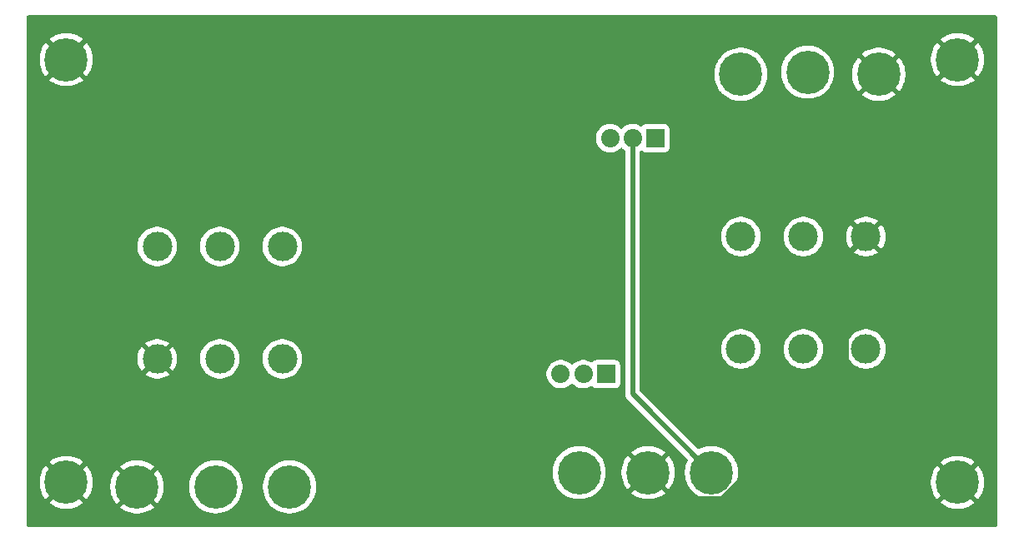
<source format=gbl>
%TF.GenerationSoftware,KiCad,Pcbnew,9.0.1*%
%TF.CreationDate,2025-05-12T16:26:17+02:00*%
%TF.ProjectId,Verst_rker,56657273-74e4-4726-9b65-722e6b696361,1*%
%TF.SameCoordinates,Original*%
%TF.FileFunction,Copper,L2,Bot*%
%TF.FilePolarity,Positive*%
%FSLAX46Y46*%
G04 Gerber Fmt 4.6, Leading zero omitted, Abs format (unit mm)*
G04 Created by KiCad (PCBNEW 9.0.1) date 2025-05-12 16:26:17*
%MOMM*%
%LPD*%
G01*
G04 APERTURE LIST*
%TA.AperFunction,ComponentPad*%
%ADD10R,1.875000X1.875000*%
%TD*%
%TA.AperFunction,ComponentPad*%
%ADD11C,1.875000*%
%TD*%
%TA.AperFunction,ComponentPad*%
%ADD12C,3.000000*%
%TD*%
%TA.AperFunction,ComponentPad*%
%ADD13C,2.600000*%
%TD*%
%TA.AperFunction,ConnectorPad*%
%ADD14C,4.400000*%
%TD*%
%TA.AperFunction,Conductor*%
%ADD15C,0.500000*%
%TD*%
G04 APERTURE END LIST*
D10*
X101290000Y-72000000D03*
D11*
X99000000Y-72000000D03*
X96710000Y-72000000D03*
D12*
X116350000Y-82000000D03*
X116350000Y-93430000D03*
X122700000Y-82000000D03*
X122700000Y-93430000D03*
X110000000Y-82000000D03*
X110000000Y-93430000D03*
D13*
X56675000Y-107448929D03*
D14*
X56675000Y-107448929D03*
D13*
X124000000Y-65500000D03*
D14*
X124000000Y-65500000D03*
D12*
X57100000Y-94430000D03*
X57100000Y-83000000D03*
X50750000Y-94430000D03*
X50750000Y-83000000D03*
X63450000Y-94430000D03*
X63450000Y-83000000D03*
D13*
X116775000Y-65275000D03*
D14*
X116775000Y-65275000D03*
D13*
X100580000Y-106000000D03*
D14*
X100580000Y-106000000D03*
D10*
X96290000Y-95995000D03*
D11*
X94000000Y-95995000D03*
X91710000Y-95995000D03*
D13*
X93580000Y-106000000D03*
D14*
X93580000Y-106000000D03*
D13*
X41500000Y-64000000D03*
D14*
X41500000Y-64000000D03*
D13*
X107000000Y-106000000D03*
D14*
X107000000Y-106000000D03*
D13*
X132000000Y-64000000D03*
D14*
X132000000Y-64000000D03*
D13*
X132000000Y-107000000D03*
D14*
X132000000Y-107000000D03*
D13*
X48675000Y-107448929D03*
D14*
X48675000Y-107448929D03*
D13*
X41500000Y-107000000D03*
D14*
X41500000Y-107000000D03*
D13*
X110000000Y-65500000D03*
D14*
X110000000Y-65500000D03*
D13*
X64175000Y-107448929D03*
D14*
X64175000Y-107448929D03*
D15*
X103231000Y-108651000D02*
X108098081Y-108651000D01*
X120749000Y-96000081D02*
X120749000Y-83951000D01*
X100580000Y-106000000D02*
X103231000Y-108651000D01*
X120749000Y-83951000D02*
X122700000Y-82000000D01*
X108098081Y-108651000D02*
X120749000Y-96000081D01*
X107000000Y-106000000D02*
X99000000Y-98000000D01*
X99000000Y-98000000D02*
X99000000Y-72000000D01*
%TA.AperFunction,Conductor*%
G36*
X135942539Y-59520185D02*
G01*
X135988294Y-59572989D01*
X135999500Y-59624500D01*
X135999500Y-111375500D01*
X135979815Y-111442539D01*
X135927011Y-111488294D01*
X135875500Y-111499500D01*
X37624500Y-111499500D01*
X37557461Y-111479815D01*
X37511706Y-111427011D01*
X37500500Y-111375500D01*
X37500500Y-106848366D01*
X38800000Y-106848366D01*
X38800000Y-107151633D01*
X38833952Y-107452966D01*
X38833954Y-107452982D01*
X38901434Y-107748633D01*
X38901438Y-107748645D01*
X39001592Y-108034866D01*
X39001598Y-108034880D01*
X39133172Y-108308096D01*
X39294515Y-108564872D01*
X39421871Y-108724573D01*
X40563708Y-107582736D01*
X40660967Y-107716602D01*
X40783398Y-107839033D01*
X40917262Y-107936290D01*
X39775425Y-109078127D01*
X39935127Y-109205484D01*
X40191903Y-109366827D01*
X40465119Y-109498401D01*
X40465133Y-109498407D01*
X40751354Y-109598561D01*
X40751366Y-109598565D01*
X41047017Y-109666045D01*
X41047033Y-109666047D01*
X41348366Y-109699999D01*
X41348368Y-109700000D01*
X41651632Y-109700000D01*
X41651633Y-109699999D01*
X41952966Y-109666047D01*
X41952982Y-109666045D01*
X42248633Y-109598565D01*
X42248645Y-109598561D01*
X42534866Y-109498407D01*
X42534880Y-109498401D01*
X42807960Y-109366893D01*
X42807962Y-109366892D01*
X42808098Y-109366826D01*
X43064872Y-109205484D01*
X43224573Y-109078126D01*
X42082737Y-107936290D01*
X42216602Y-107839033D01*
X42339033Y-107716602D01*
X42436290Y-107582737D01*
X43578126Y-108724573D01*
X43705484Y-108564872D01*
X43866827Y-108308096D01*
X43998401Y-108034880D01*
X43998407Y-108034866D01*
X44098561Y-107748645D01*
X44098565Y-107748633D01*
X44166045Y-107452982D01*
X44166047Y-107452966D01*
X44183588Y-107297295D01*
X45975000Y-107297295D01*
X45975000Y-107600562D01*
X46008952Y-107901895D01*
X46008954Y-107901911D01*
X46076434Y-108197562D01*
X46076438Y-108197574D01*
X46176592Y-108483795D01*
X46176598Y-108483809D01*
X46308172Y-108757025D01*
X46469515Y-109013801D01*
X46596871Y-109173502D01*
X47738708Y-108031665D01*
X47835967Y-108165531D01*
X47958398Y-108287962D01*
X48092262Y-108385219D01*
X46950425Y-109527056D01*
X47110127Y-109654413D01*
X47366903Y-109815756D01*
X47640119Y-109947330D01*
X47640133Y-109947336D01*
X47926354Y-110047490D01*
X47926366Y-110047494D01*
X48222017Y-110114974D01*
X48222033Y-110114976D01*
X48523366Y-110148928D01*
X48523368Y-110148929D01*
X48826632Y-110148929D01*
X48826633Y-110148928D01*
X49127966Y-110114976D01*
X49127982Y-110114974D01*
X49423633Y-110047494D01*
X49423645Y-110047490D01*
X49709866Y-109947336D01*
X49709880Y-109947330D01*
X49983096Y-109815756D01*
X50239872Y-109654413D01*
X50399573Y-109527055D01*
X49257737Y-108385219D01*
X49391602Y-108287962D01*
X49514033Y-108165531D01*
X49611290Y-108031666D01*
X50753126Y-109173502D01*
X50880484Y-109013801D01*
X51041827Y-108757025D01*
X51173401Y-108483809D01*
X51173407Y-108483795D01*
X51273561Y-108197574D01*
X51273565Y-108197562D01*
X51341045Y-107901911D01*
X51341047Y-107901895D01*
X51374999Y-107600562D01*
X51375000Y-107600560D01*
X51375000Y-107297296D01*
X51374997Y-107297265D01*
X53974500Y-107297265D01*
X53974500Y-107600592D01*
X54008457Y-107901977D01*
X54008460Y-107901991D01*
X54075953Y-108197700D01*
X54075957Y-108197712D01*
X54176133Y-108483997D01*
X54307733Y-108757267D01*
X54307735Y-108757270D01*
X54469108Y-109014093D01*
X54658221Y-109251233D01*
X54872696Y-109465708D01*
X55109836Y-109654821D01*
X55366659Y-109816194D01*
X55639935Y-109947797D01*
X55854951Y-110023034D01*
X55926216Y-110047971D01*
X55926228Y-110047975D01*
X56221937Y-110115469D01*
X56221946Y-110115470D01*
X56221951Y-110115471D01*
X56422874Y-110138109D01*
X56523337Y-110149428D01*
X56523340Y-110149429D01*
X56523343Y-110149429D01*
X56826660Y-110149429D01*
X56826661Y-110149428D01*
X56980694Y-110132073D01*
X57128048Y-110115471D01*
X57128051Y-110115470D01*
X57128063Y-110115469D01*
X57423772Y-110047975D01*
X57710065Y-109947797D01*
X57983341Y-109816194D01*
X58240164Y-109654821D01*
X58477304Y-109465708D01*
X58691779Y-109251233D01*
X58880892Y-109014093D01*
X59042265Y-108757270D01*
X59173868Y-108483994D01*
X59274046Y-108197701D01*
X59341540Y-107901992D01*
X59345012Y-107871182D01*
X59375499Y-107600592D01*
X59375500Y-107600588D01*
X59375500Y-107297269D01*
X59375499Y-107297265D01*
X61474500Y-107297265D01*
X61474500Y-107600592D01*
X61508457Y-107901977D01*
X61508460Y-107901991D01*
X61575953Y-108197700D01*
X61575957Y-108197712D01*
X61676133Y-108483997D01*
X61807733Y-108757267D01*
X61807735Y-108757270D01*
X61969108Y-109014093D01*
X62158221Y-109251233D01*
X62372696Y-109465708D01*
X62609836Y-109654821D01*
X62866659Y-109816194D01*
X63139935Y-109947797D01*
X63354951Y-110023034D01*
X63426216Y-110047971D01*
X63426228Y-110047975D01*
X63721937Y-110115469D01*
X63721946Y-110115470D01*
X63721951Y-110115471D01*
X63922874Y-110138109D01*
X64023337Y-110149428D01*
X64023340Y-110149429D01*
X64023343Y-110149429D01*
X64326660Y-110149429D01*
X64326661Y-110149428D01*
X64480694Y-110132073D01*
X64628048Y-110115471D01*
X64628051Y-110115470D01*
X64628063Y-110115469D01*
X64923772Y-110047975D01*
X65210065Y-109947797D01*
X65483341Y-109816194D01*
X65740164Y-109654821D01*
X65977304Y-109465708D01*
X66191779Y-109251233D01*
X66380892Y-109014093D01*
X66392192Y-108996108D01*
X66412552Y-108963708D01*
X66478843Y-108858205D01*
X66542265Y-108757270D01*
X66673868Y-108483994D01*
X66774046Y-108197701D01*
X66841540Y-107901992D01*
X66845012Y-107871182D01*
X66875499Y-107600592D01*
X66875500Y-107600588D01*
X66875500Y-107297269D01*
X66875499Y-107297265D01*
X66841542Y-106995880D01*
X66841541Y-106995875D01*
X66841540Y-106995866D01*
X66774046Y-106700157D01*
X66673868Y-106413864D01*
X66542265Y-106140588D01*
X66432010Y-105965119D01*
X66397902Y-105910836D01*
X66391093Y-105900000D01*
X66380892Y-105883765D01*
X66352638Y-105848336D01*
X90879500Y-105848336D01*
X90879500Y-106151663D01*
X90913457Y-106453048D01*
X90913460Y-106453062D01*
X90980953Y-106748771D01*
X90980957Y-106748783D01*
X91081133Y-107035068D01*
X91212733Y-107308338D01*
X91212735Y-107308341D01*
X91374108Y-107565164D01*
X91563221Y-107802304D01*
X91777696Y-108016779D01*
X92014836Y-108205892D01*
X92271659Y-108367265D01*
X92544935Y-108498868D01*
X92733564Y-108564872D01*
X92831216Y-108599042D01*
X92831228Y-108599046D01*
X93126937Y-108666540D01*
X93126946Y-108666541D01*
X93126951Y-108666542D01*
X93327874Y-108689180D01*
X93428337Y-108700499D01*
X93428340Y-108700500D01*
X93428343Y-108700500D01*
X93731660Y-108700500D01*
X93731661Y-108700499D01*
X93885694Y-108683144D01*
X94033048Y-108666542D01*
X94033051Y-108666541D01*
X94033063Y-108666540D01*
X94328772Y-108599046D01*
X94615065Y-108498868D01*
X94888341Y-108367265D01*
X95145164Y-108205892D01*
X95382304Y-108016779D01*
X95596779Y-107802304D01*
X95785892Y-107565164D01*
X95947265Y-107308341D01*
X96078868Y-107035065D01*
X96179046Y-106748772D01*
X96246540Y-106453063D01*
X96250012Y-106422253D01*
X96268565Y-106257584D01*
X96280500Y-106151657D01*
X96280500Y-105848366D01*
X97880000Y-105848366D01*
X97880000Y-106151633D01*
X97913952Y-106452966D01*
X97913954Y-106452982D01*
X97981434Y-106748633D01*
X97981438Y-106748645D01*
X98081592Y-107034866D01*
X98081598Y-107034880D01*
X98213172Y-107308096D01*
X98374515Y-107564872D01*
X98501871Y-107724573D01*
X99643708Y-106582736D01*
X99740967Y-106716602D01*
X99863398Y-106839033D01*
X99997262Y-106936290D01*
X98855425Y-108078127D01*
X99015127Y-108205484D01*
X99271903Y-108366827D01*
X99545119Y-108498401D01*
X99545133Y-108498407D01*
X99831354Y-108598561D01*
X99831366Y-108598565D01*
X100127017Y-108666045D01*
X100127033Y-108666047D01*
X100428366Y-108699999D01*
X100428368Y-108700000D01*
X100731632Y-108700000D01*
X100731633Y-108699999D01*
X101032966Y-108666047D01*
X101032982Y-108666045D01*
X101328633Y-108598565D01*
X101328645Y-108598561D01*
X101614866Y-108498407D01*
X101614880Y-108498401D01*
X101888096Y-108366827D01*
X102144872Y-108205484D01*
X102304573Y-108078126D01*
X101162737Y-106936290D01*
X101296602Y-106839033D01*
X101419033Y-106716602D01*
X101516290Y-106582737D01*
X102658126Y-107724573D01*
X102785484Y-107564872D01*
X102946827Y-107308096D01*
X103078401Y-107034880D01*
X103078407Y-107034866D01*
X103178561Y-106748645D01*
X103178565Y-106748633D01*
X103246045Y-106452982D01*
X103246047Y-106452966D01*
X103279999Y-106151633D01*
X103280000Y-106151631D01*
X103280000Y-105848368D01*
X103279999Y-105848366D01*
X103246047Y-105547033D01*
X103246045Y-105547017D01*
X103178565Y-105251366D01*
X103178561Y-105251354D01*
X103078407Y-104965133D01*
X103078401Y-104965119D01*
X102946827Y-104691903D01*
X102785484Y-104435127D01*
X102658127Y-104275425D01*
X101516290Y-105417262D01*
X101419033Y-105283398D01*
X101296602Y-105160967D01*
X101162736Y-105063709D01*
X102304573Y-103921871D01*
X102144872Y-103794515D01*
X101888096Y-103633172D01*
X101614880Y-103501598D01*
X101614866Y-103501592D01*
X101328645Y-103401438D01*
X101328633Y-103401434D01*
X101032982Y-103333954D01*
X101032966Y-103333952D01*
X100731633Y-103300000D01*
X100428366Y-103300000D01*
X100127033Y-103333952D01*
X100127017Y-103333954D01*
X99831366Y-103401434D01*
X99831354Y-103401438D01*
X99545133Y-103501592D01*
X99545119Y-103501598D01*
X99271903Y-103633172D01*
X99015127Y-103794515D01*
X98855425Y-103921871D01*
X99997263Y-105063709D01*
X99863398Y-105160967D01*
X99740967Y-105283398D01*
X99643709Y-105417262D01*
X98501871Y-104275425D01*
X98374515Y-104435127D01*
X98213172Y-104691903D01*
X98081598Y-104965119D01*
X98081592Y-104965133D01*
X97981438Y-105251354D01*
X97981434Y-105251366D01*
X97913954Y-105547017D01*
X97913952Y-105547033D01*
X97880000Y-105848366D01*
X96280500Y-105848366D01*
X96280500Y-105848343D01*
X96257752Y-105646446D01*
X96246542Y-105546951D01*
X96246541Y-105546946D01*
X96246540Y-105546937D01*
X96179046Y-105251228D01*
X96078868Y-104964935D01*
X95947265Y-104691659D01*
X95785892Y-104434836D01*
X95596779Y-104197696D01*
X95382304Y-103983221D01*
X95145164Y-103794108D01*
X94967785Y-103682653D01*
X94888338Y-103632733D01*
X94615068Y-103501133D01*
X94328783Y-103400957D01*
X94328771Y-103400953D01*
X94100556Y-103348864D01*
X94033063Y-103333460D01*
X94033060Y-103333459D01*
X94033048Y-103333457D01*
X93731663Y-103299500D01*
X93731657Y-103299500D01*
X93428343Y-103299500D01*
X93428336Y-103299500D01*
X93126951Y-103333457D01*
X93126937Y-103333460D01*
X92831228Y-103400953D01*
X92831216Y-103400957D01*
X92544931Y-103501133D01*
X92271661Y-103632733D01*
X92014837Y-103794107D01*
X91777696Y-103983220D01*
X91563220Y-104197696D01*
X91374107Y-104434837D01*
X91212733Y-104691661D01*
X91081133Y-104964931D01*
X90980957Y-105251216D01*
X90980953Y-105251228D01*
X90913460Y-105546937D01*
X90913457Y-105546951D01*
X90879500Y-105848336D01*
X66352638Y-105848336D01*
X66191779Y-105646625D01*
X65977304Y-105432150D01*
X65740164Y-105243037D01*
X65562785Y-105131582D01*
X65483338Y-105081662D01*
X65210068Y-104950062D01*
X64923783Y-104849886D01*
X64923771Y-104849882D01*
X64681190Y-104794515D01*
X64628063Y-104782389D01*
X64628060Y-104782388D01*
X64628048Y-104782386D01*
X64326663Y-104748429D01*
X64326657Y-104748429D01*
X64023343Y-104748429D01*
X64023336Y-104748429D01*
X63721951Y-104782386D01*
X63721937Y-104782389D01*
X63426228Y-104849882D01*
X63426216Y-104849886D01*
X63139931Y-104950062D01*
X62866661Y-105081662D01*
X62609837Y-105243036D01*
X62372696Y-105432149D01*
X62158220Y-105646625D01*
X61969107Y-105883766D01*
X61807733Y-106140590D01*
X61676133Y-106413860D01*
X61575957Y-106700145D01*
X61575953Y-106700157D01*
X61508460Y-106995866D01*
X61508457Y-106995880D01*
X61474500Y-107297265D01*
X59375499Y-107297265D01*
X59341542Y-106995880D01*
X59341541Y-106995875D01*
X59341540Y-106995866D01*
X59274046Y-106700157D01*
X59173868Y-106413864D01*
X59042265Y-106140588D01*
X58880892Y-105883765D01*
X58691779Y-105646625D01*
X58477304Y-105432150D01*
X58240164Y-105243037D01*
X58062785Y-105131582D01*
X57983338Y-105081662D01*
X57710068Y-104950062D01*
X57423783Y-104849886D01*
X57423771Y-104849882D01*
X57181190Y-104794515D01*
X57128063Y-104782389D01*
X57128060Y-104782388D01*
X57128048Y-104782386D01*
X56826663Y-104748429D01*
X56826657Y-104748429D01*
X56523343Y-104748429D01*
X56523336Y-104748429D01*
X56221951Y-104782386D01*
X56221937Y-104782389D01*
X55926228Y-104849882D01*
X55926216Y-104849886D01*
X55639931Y-104950062D01*
X55366661Y-105081662D01*
X55109837Y-105243036D01*
X54872696Y-105432149D01*
X54658220Y-105646625D01*
X54469107Y-105883766D01*
X54307733Y-106140590D01*
X54176133Y-106413860D01*
X54075957Y-106700145D01*
X54075953Y-106700157D01*
X54008460Y-106995866D01*
X54008457Y-106995880D01*
X53974500Y-107297265D01*
X51374997Y-107297265D01*
X51341047Y-106995962D01*
X51341045Y-106995946D01*
X51273565Y-106700295D01*
X51273561Y-106700283D01*
X51173407Y-106414062D01*
X51173401Y-106414048D01*
X51041827Y-106140832D01*
X50880484Y-105884056D01*
X50753127Y-105724354D01*
X49611290Y-106866191D01*
X49514033Y-106732327D01*
X49391602Y-106609896D01*
X49257736Y-106512638D01*
X50399573Y-105370800D01*
X50239872Y-105243444D01*
X49983096Y-105082101D01*
X49709880Y-104950527D01*
X49709866Y-104950521D01*
X49423645Y-104850367D01*
X49423633Y-104850363D01*
X49127982Y-104782883D01*
X49127966Y-104782881D01*
X48826633Y-104748929D01*
X48523366Y-104748929D01*
X48222033Y-104782881D01*
X48222017Y-104782883D01*
X47926366Y-104850363D01*
X47926354Y-104850367D01*
X47640133Y-104950521D01*
X47640119Y-104950527D01*
X47366903Y-105082101D01*
X47110127Y-105243444D01*
X46950425Y-105370800D01*
X48092263Y-106512638D01*
X47958398Y-106609896D01*
X47835967Y-106732327D01*
X47738709Y-106866191D01*
X46596871Y-105724354D01*
X46469515Y-105884056D01*
X46308172Y-106140832D01*
X46176598Y-106414048D01*
X46176592Y-106414062D01*
X46076438Y-106700283D01*
X46076434Y-106700295D01*
X46008954Y-106995946D01*
X46008952Y-106995962D01*
X45975000Y-107297295D01*
X44183588Y-107297295D01*
X44185544Y-107279937D01*
X44185544Y-107279936D01*
X44199999Y-107151635D01*
X44200000Y-107151631D01*
X44200000Y-106848368D01*
X44199999Y-106848366D01*
X44166047Y-106547033D01*
X44166045Y-106547017D01*
X44098565Y-106251366D01*
X44098561Y-106251354D01*
X43998407Y-105965133D01*
X43998401Y-105965119D01*
X43866827Y-105691903D01*
X43736959Y-105485219D01*
X43736958Y-105485217D01*
X43705487Y-105435130D01*
X43578127Y-105275425D01*
X42436290Y-106417262D01*
X42339033Y-106283398D01*
X42216602Y-106160967D01*
X42082736Y-106063709D01*
X43224573Y-104921871D01*
X43064872Y-104794515D01*
X42808096Y-104633172D01*
X42534880Y-104501598D01*
X42534866Y-104501592D01*
X42248645Y-104401438D01*
X42248633Y-104401434D01*
X41952982Y-104333954D01*
X41952966Y-104333952D01*
X41651633Y-104300000D01*
X41348366Y-104300000D01*
X41047033Y-104333952D01*
X41047017Y-104333954D01*
X40751366Y-104401434D01*
X40751354Y-104401438D01*
X40465133Y-104501592D01*
X40465119Y-104501598D01*
X40191903Y-104633172D01*
X39935127Y-104794515D01*
X39775425Y-104921871D01*
X40917263Y-106063709D01*
X40783398Y-106160967D01*
X40660967Y-106283398D01*
X40563709Y-106417263D01*
X39421871Y-105275425D01*
X39294515Y-105435127D01*
X39133172Y-105691903D01*
X39001598Y-105965119D01*
X39001592Y-105965133D01*
X38901438Y-106251354D01*
X38901434Y-106251366D01*
X38833954Y-106547017D01*
X38833952Y-106547033D01*
X38800000Y-106848366D01*
X37500500Y-106848366D01*
X37500500Y-94298905D01*
X48750000Y-94298905D01*
X48750000Y-94561094D01*
X48784220Y-94821009D01*
X48784222Y-94821020D01*
X48852075Y-95074255D01*
X48952404Y-95316471D01*
X48952409Y-95316482D01*
X49083488Y-95543516D01*
X49083494Y-95543524D01*
X49170080Y-95656365D01*
X50072421Y-94754024D01*
X50085359Y-94785258D01*
X50167437Y-94908097D01*
X50271903Y-95012563D01*
X50394742Y-95094641D01*
X50425974Y-95107577D01*
X49523633Y-96009917D01*
X49523633Y-96009918D01*
X49636475Y-96096505D01*
X49636483Y-96096511D01*
X49863517Y-96227590D01*
X49863528Y-96227595D01*
X50105744Y-96327924D01*
X50358979Y-96395777D01*
X50358990Y-96395779D01*
X50618905Y-96429999D01*
X50618920Y-96430000D01*
X50881080Y-96430000D01*
X50881094Y-96429999D01*
X51141009Y-96395779D01*
X51141020Y-96395777D01*
X51394255Y-96327924D01*
X51636471Y-96227595D01*
X51636482Y-96227590D01*
X51863516Y-96096511D01*
X51863534Y-96096499D01*
X51976365Y-96009919D01*
X51976365Y-96009917D01*
X51074025Y-95107578D01*
X51105258Y-95094641D01*
X51228097Y-95012563D01*
X51332563Y-94908097D01*
X51414641Y-94785258D01*
X51427578Y-94754025D01*
X52329917Y-95656365D01*
X52329919Y-95656365D01*
X52416499Y-95543534D01*
X52416511Y-95543516D01*
X52547590Y-95316482D01*
X52547595Y-95316471D01*
X52647924Y-95074255D01*
X52715777Y-94821020D01*
X52715779Y-94821009D01*
X52749999Y-94561094D01*
X52750000Y-94561080D01*
X52750000Y-94298912D01*
X52749995Y-94298872D01*
X55099500Y-94298872D01*
X55099500Y-94561127D01*
X55112828Y-94662354D01*
X55133730Y-94821116D01*
X55184242Y-95009629D01*
X55201602Y-95074418D01*
X55201605Y-95074428D01*
X55301953Y-95316690D01*
X55301958Y-95316700D01*
X55433075Y-95543803D01*
X55592718Y-95751851D01*
X55592726Y-95751860D01*
X55778140Y-95937274D01*
X55778148Y-95937281D01*
X55986196Y-96096924D01*
X56213299Y-96228041D01*
X56213309Y-96228046D01*
X56455571Y-96328394D01*
X56455581Y-96328398D01*
X56708884Y-96396270D01*
X56957188Y-96428960D01*
X56965074Y-96429999D01*
X56968880Y-96430500D01*
X56968887Y-96430500D01*
X57231113Y-96430500D01*
X57231120Y-96430500D01*
X57491116Y-96396270D01*
X57744419Y-96328398D01*
X57986697Y-96228043D01*
X58213803Y-96096924D01*
X58421851Y-95937282D01*
X58421855Y-95937277D01*
X58421860Y-95937274D01*
X58607274Y-95751860D01*
X58607277Y-95751855D01*
X58607282Y-95751851D01*
X58766924Y-95543803D01*
X58898043Y-95316697D01*
X58998398Y-95074419D01*
X59066270Y-94821116D01*
X59100500Y-94561120D01*
X59100500Y-94298880D01*
X59100499Y-94298872D01*
X61449500Y-94298872D01*
X61449500Y-94561127D01*
X61462828Y-94662354D01*
X61483730Y-94821116D01*
X61534242Y-95009629D01*
X61551602Y-95074418D01*
X61551605Y-95074428D01*
X61651953Y-95316690D01*
X61651958Y-95316700D01*
X61783075Y-95543803D01*
X61942718Y-95751851D01*
X61942726Y-95751860D01*
X62128140Y-95937274D01*
X62128148Y-95937281D01*
X62336196Y-96096924D01*
X62563299Y-96228041D01*
X62563309Y-96228046D01*
X62805571Y-96328394D01*
X62805581Y-96328398D01*
X63058884Y-96396270D01*
X63307188Y-96428960D01*
X63315074Y-96429999D01*
X63318880Y-96430500D01*
X63318887Y-96430500D01*
X63581113Y-96430500D01*
X63581120Y-96430500D01*
X63841116Y-96396270D01*
X64094419Y-96328398D01*
X64336697Y-96228043D01*
X64563803Y-96096924D01*
X64771851Y-95937282D01*
X64771855Y-95937277D01*
X64771860Y-95937274D01*
X64827313Y-95881821D01*
X90272000Y-95881821D01*
X90272000Y-96108178D01*
X90307407Y-96331733D01*
X90377354Y-96547005D01*
X90480112Y-96748676D01*
X90613155Y-96931794D01*
X90773206Y-97091845D01*
X90956324Y-97224888D01*
X91051605Y-97273436D01*
X91157994Y-97327645D01*
X91157996Y-97327645D01*
X91157999Y-97327647D01*
X91273388Y-97365139D01*
X91373266Y-97397592D01*
X91596822Y-97433000D01*
X91596827Y-97433000D01*
X91823178Y-97433000D01*
X92046733Y-97397592D01*
X92262001Y-97327647D01*
X92463676Y-97224888D01*
X92646794Y-97091845D01*
X92767319Y-96971320D01*
X92828642Y-96937835D01*
X92898334Y-96942819D01*
X92942681Y-96971320D01*
X93063206Y-97091845D01*
X93246324Y-97224888D01*
X93341605Y-97273436D01*
X93447994Y-97327645D01*
X93447996Y-97327645D01*
X93447999Y-97327647D01*
X93563388Y-97365139D01*
X93663266Y-97397592D01*
X93886822Y-97433000D01*
X93886827Y-97433000D01*
X94113178Y-97433000D01*
X94336733Y-97397592D01*
X94552001Y-97327647D01*
X94753676Y-97224888D01*
X94779464Y-97206151D01*
X94845269Y-97182670D01*
X94913323Y-97198494D01*
X94951617Y-97232156D01*
X94994955Y-97290047D01*
X95110164Y-97376293D01*
X95110171Y-97376297D01*
X95245017Y-97426591D01*
X95245016Y-97426591D01*
X95251944Y-97427335D01*
X95304627Y-97433000D01*
X97275372Y-97432999D01*
X97334983Y-97426591D01*
X97469831Y-97376296D01*
X97585046Y-97290046D01*
X97671296Y-97174831D01*
X97721591Y-97039983D01*
X97728000Y-96980373D01*
X97727999Y-95009628D01*
X97721591Y-94950017D01*
X97716841Y-94937282D01*
X97671297Y-94815171D01*
X97671293Y-94815164D01*
X97585047Y-94699955D01*
X97585044Y-94699952D01*
X97469835Y-94613706D01*
X97469828Y-94613702D01*
X97334982Y-94563408D01*
X97334983Y-94563408D01*
X97275383Y-94557001D01*
X97275381Y-94557000D01*
X97275373Y-94557000D01*
X97275364Y-94557000D01*
X95304629Y-94557000D01*
X95304623Y-94557001D01*
X95245016Y-94563408D01*
X95110171Y-94613702D01*
X95110164Y-94613706D01*
X94994955Y-94699952D01*
X94951618Y-94757843D01*
X94895684Y-94799713D01*
X94825992Y-94804697D01*
X94779468Y-94783850D01*
X94753678Y-94765113D01*
X94552005Y-94662354D01*
X94336733Y-94592407D01*
X94113178Y-94557000D01*
X94113173Y-94557000D01*
X93886827Y-94557000D01*
X93886822Y-94557000D01*
X93663266Y-94592407D01*
X93447994Y-94662354D01*
X93246323Y-94765112D01*
X93063203Y-94898157D01*
X92942681Y-95018680D01*
X92881358Y-95052165D01*
X92811666Y-95047181D01*
X92767319Y-95018680D01*
X92646796Y-94898157D01*
X92646794Y-94898155D01*
X92463676Y-94765112D01*
X92437650Y-94751851D01*
X92262005Y-94662354D01*
X92046733Y-94592407D01*
X91823178Y-94557000D01*
X91823173Y-94557000D01*
X91596827Y-94557000D01*
X91596822Y-94557000D01*
X91373266Y-94592407D01*
X91157994Y-94662354D01*
X90956323Y-94765112D01*
X90773203Y-94898157D01*
X90613157Y-95058203D01*
X90480112Y-95241323D01*
X90377354Y-95442994D01*
X90307407Y-95658266D01*
X90272000Y-95881821D01*
X64827313Y-95881821D01*
X64957274Y-95751860D01*
X64957277Y-95751855D01*
X64957282Y-95751851D01*
X65116924Y-95543803D01*
X65248043Y-95316697D01*
X65348398Y-95074419D01*
X65416270Y-94821116D01*
X65450500Y-94561120D01*
X65450500Y-94298880D01*
X65416270Y-94038884D01*
X65348398Y-93785581D01*
X65340022Y-93765359D01*
X65248046Y-93543309D01*
X65248041Y-93543299D01*
X65116924Y-93316196D01*
X64957281Y-93108148D01*
X64957274Y-93108140D01*
X64771860Y-92922726D01*
X64771851Y-92922718D01*
X64563803Y-92763075D01*
X64336700Y-92631958D01*
X64336690Y-92631953D01*
X64094428Y-92531605D01*
X64094421Y-92531603D01*
X64094419Y-92531602D01*
X63841116Y-92463730D01*
X63783339Y-92456123D01*
X63581127Y-92429500D01*
X63581120Y-92429500D01*
X63318880Y-92429500D01*
X63318872Y-92429500D01*
X63087772Y-92459926D01*
X63058884Y-92463730D01*
X62805581Y-92531602D01*
X62805571Y-92531605D01*
X62563309Y-92631953D01*
X62563299Y-92631958D01*
X62336196Y-92763075D01*
X62128148Y-92922718D01*
X61942718Y-93108148D01*
X61783075Y-93316196D01*
X61651958Y-93543299D01*
X61651953Y-93543309D01*
X61551605Y-93785571D01*
X61551602Y-93785581D01*
X61483730Y-94038884D01*
X61483716Y-94038990D01*
X61449500Y-94298872D01*
X59100499Y-94298872D01*
X59066270Y-94038884D01*
X58998398Y-93785581D01*
X58990022Y-93765359D01*
X58898046Y-93543309D01*
X58898041Y-93543299D01*
X58766924Y-93316196D01*
X58607281Y-93108148D01*
X58607274Y-93108140D01*
X58421860Y-92922726D01*
X58421851Y-92922718D01*
X58213803Y-92763075D01*
X57986700Y-92631958D01*
X57986690Y-92631953D01*
X57744428Y-92531605D01*
X57744421Y-92531603D01*
X57744419Y-92531602D01*
X57491116Y-92463730D01*
X57433339Y-92456123D01*
X57231127Y-92429500D01*
X57231120Y-92429500D01*
X56968880Y-92429500D01*
X56968872Y-92429500D01*
X56737772Y-92459926D01*
X56708884Y-92463730D01*
X56455581Y-92531602D01*
X56455571Y-92531605D01*
X56213309Y-92631953D01*
X56213299Y-92631958D01*
X55986196Y-92763075D01*
X55778148Y-92922718D01*
X55592718Y-93108148D01*
X55433075Y-93316196D01*
X55301958Y-93543299D01*
X55301953Y-93543309D01*
X55201605Y-93785571D01*
X55201602Y-93785581D01*
X55133730Y-94038884D01*
X55133716Y-94038990D01*
X55099500Y-94298872D01*
X52749995Y-94298872D01*
X52715779Y-94038990D01*
X52715777Y-94038979D01*
X52647924Y-93785744D01*
X52547595Y-93543528D01*
X52547590Y-93543517D01*
X52416511Y-93316483D01*
X52416505Y-93316475D01*
X52329918Y-93203633D01*
X52329917Y-93203633D01*
X51427577Y-94105973D01*
X51414641Y-94074742D01*
X51332563Y-93951903D01*
X51228097Y-93847437D01*
X51105258Y-93765359D01*
X51074023Y-93752421D01*
X51976365Y-92850080D01*
X51863524Y-92763494D01*
X51863516Y-92763488D01*
X51636482Y-92632409D01*
X51636471Y-92632404D01*
X51394255Y-92532075D01*
X51141020Y-92464222D01*
X51141009Y-92464220D01*
X50881094Y-92430000D01*
X50618905Y-92430000D01*
X50358990Y-92464220D01*
X50358979Y-92464222D01*
X50105744Y-92532075D01*
X49863528Y-92632404D01*
X49863517Y-92632409D01*
X49636471Y-92763496D01*
X49523633Y-92850079D01*
X49523633Y-92850080D01*
X50425974Y-93752421D01*
X50394742Y-93765359D01*
X50271903Y-93847437D01*
X50167437Y-93951903D01*
X50085359Y-94074742D01*
X50072421Y-94105974D01*
X49170080Y-93203633D01*
X49170079Y-93203633D01*
X49083496Y-93316471D01*
X48952409Y-93543517D01*
X48952404Y-93543528D01*
X48852075Y-93785744D01*
X48784222Y-94038979D01*
X48784220Y-94038990D01*
X48750000Y-94298905D01*
X37500500Y-94298905D01*
X37500500Y-82868872D01*
X48749500Y-82868872D01*
X48749500Y-83131127D01*
X48774611Y-83321851D01*
X48783730Y-83391116D01*
X48851602Y-83644418D01*
X48851605Y-83644428D01*
X48951953Y-83886690D01*
X48951958Y-83886700D01*
X49083075Y-84113803D01*
X49242718Y-84321851D01*
X49242726Y-84321860D01*
X49428140Y-84507274D01*
X49428148Y-84507281D01*
X49636196Y-84666924D01*
X49863299Y-84798041D01*
X49863309Y-84798046D01*
X50105571Y-84898394D01*
X50105581Y-84898398D01*
X50358884Y-84966270D01*
X50618880Y-85000500D01*
X50618887Y-85000500D01*
X50881113Y-85000500D01*
X50881120Y-85000500D01*
X51141116Y-84966270D01*
X51394419Y-84898398D01*
X51636697Y-84798043D01*
X51863803Y-84666924D01*
X52071851Y-84507282D01*
X52071855Y-84507277D01*
X52071860Y-84507274D01*
X52257274Y-84321860D01*
X52257277Y-84321855D01*
X52257282Y-84321851D01*
X52416924Y-84113803D01*
X52548043Y-83886697D01*
X52648398Y-83644419D01*
X52716270Y-83391116D01*
X52750500Y-83131120D01*
X52750500Y-82868880D01*
X52750499Y-82868872D01*
X55099500Y-82868872D01*
X55099500Y-83131127D01*
X55124611Y-83321851D01*
X55133730Y-83391116D01*
X55201602Y-83644418D01*
X55201605Y-83644428D01*
X55301953Y-83886690D01*
X55301958Y-83886700D01*
X55433075Y-84113803D01*
X55592718Y-84321851D01*
X55592726Y-84321860D01*
X55778140Y-84507274D01*
X55778148Y-84507281D01*
X55986196Y-84666924D01*
X56213299Y-84798041D01*
X56213309Y-84798046D01*
X56455571Y-84898394D01*
X56455581Y-84898398D01*
X56708884Y-84966270D01*
X56968880Y-85000500D01*
X56968887Y-85000500D01*
X57231113Y-85000500D01*
X57231120Y-85000500D01*
X57491116Y-84966270D01*
X57744419Y-84898398D01*
X57986697Y-84798043D01*
X58213803Y-84666924D01*
X58421851Y-84507282D01*
X58421855Y-84507277D01*
X58421860Y-84507274D01*
X58607274Y-84321860D01*
X58607277Y-84321855D01*
X58607282Y-84321851D01*
X58766924Y-84113803D01*
X58898043Y-83886697D01*
X58998398Y-83644419D01*
X59066270Y-83391116D01*
X59100500Y-83131120D01*
X59100500Y-82868880D01*
X59100499Y-82868872D01*
X61449500Y-82868872D01*
X61449500Y-83131127D01*
X61474611Y-83321851D01*
X61483730Y-83391116D01*
X61551602Y-83644418D01*
X61551605Y-83644428D01*
X61651953Y-83886690D01*
X61651958Y-83886700D01*
X61783075Y-84113803D01*
X61942718Y-84321851D01*
X61942726Y-84321860D01*
X62128140Y-84507274D01*
X62128148Y-84507281D01*
X62336196Y-84666924D01*
X62563299Y-84798041D01*
X62563309Y-84798046D01*
X62805571Y-84898394D01*
X62805581Y-84898398D01*
X63058884Y-84966270D01*
X63318880Y-85000500D01*
X63318887Y-85000500D01*
X63581113Y-85000500D01*
X63581120Y-85000500D01*
X63841116Y-84966270D01*
X64094419Y-84898398D01*
X64336697Y-84798043D01*
X64563803Y-84666924D01*
X64771851Y-84507282D01*
X64771855Y-84507277D01*
X64771860Y-84507274D01*
X64957274Y-84321860D01*
X64957277Y-84321855D01*
X64957282Y-84321851D01*
X65116924Y-84113803D01*
X65248043Y-83886697D01*
X65348398Y-83644419D01*
X65416270Y-83391116D01*
X65450500Y-83131120D01*
X65450500Y-82868880D01*
X65416270Y-82608884D01*
X65348398Y-82355581D01*
X65255426Y-82131127D01*
X65248046Y-82113309D01*
X65248041Y-82113299D01*
X65116924Y-81886196D01*
X64957281Y-81678148D01*
X64957274Y-81678140D01*
X64771860Y-81492726D01*
X64771851Y-81492718D01*
X64563803Y-81333075D01*
X64336700Y-81201958D01*
X64336690Y-81201953D01*
X64094428Y-81101605D01*
X64094421Y-81101603D01*
X64094419Y-81101602D01*
X63841116Y-81033730D01*
X63783339Y-81026123D01*
X63581127Y-80999500D01*
X63581120Y-80999500D01*
X63318880Y-80999500D01*
X63318872Y-80999500D01*
X63087772Y-81029926D01*
X63058884Y-81033730D01*
X62805581Y-81101602D01*
X62805571Y-81101605D01*
X62563309Y-81201953D01*
X62563299Y-81201958D01*
X62336196Y-81333075D01*
X62128148Y-81492718D01*
X61942718Y-81678148D01*
X61783075Y-81886196D01*
X61651958Y-82113299D01*
X61651953Y-82113309D01*
X61551605Y-82355571D01*
X61551602Y-82355581D01*
X61542081Y-82391116D01*
X61483730Y-82608885D01*
X61449500Y-82868872D01*
X59100499Y-82868872D01*
X59066270Y-82608884D01*
X58998398Y-82355581D01*
X58905426Y-82131127D01*
X58898046Y-82113309D01*
X58898041Y-82113299D01*
X58766924Y-81886196D01*
X58607281Y-81678148D01*
X58607274Y-81678140D01*
X58421860Y-81492726D01*
X58421851Y-81492718D01*
X58213803Y-81333075D01*
X57986700Y-81201958D01*
X57986690Y-81201953D01*
X57744428Y-81101605D01*
X57744421Y-81101603D01*
X57744419Y-81101602D01*
X57491116Y-81033730D01*
X57433339Y-81026123D01*
X57231127Y-80999500D01*
X57231120Y-80999500D01*
X56968880Y-80999500D01*
X56968872Y-80999500D01*
X56737772Y-81029926D01*
X56708884Y-81033730D01*
X56455581Y-81101602D01*
X56455571Y-81101605D01*
X56213309Y-81201953D01*
X56213299Y-81201958D01*
X55986196Y-81333075D01*
X55778148Y-81492718D01*
X55592718Y-81678148D01*
X55433075Y-81886196D01*
X55301958Y-82113299D01*
X55301953Y-82113309D01*
X55201605Y-82355571D01*
X55201602Y-82355581D01*
X55192081Y-82391116D01*
X55133730Y-82608885D01*
X55099500Y-82868872D01*
X52750499Y-82868872D01*
X52716270Y-82608884D01*
X52648398Y-82355581D01*
X52555426Y-82131127D01*
X52548046Y-82113309D01*
X52548041Y-82113299D01*
X52416924Y-81886196D01*
X52257281Y-81678148D01*
X52257274Y-81678140D01*
X52071860Y-81492726D01*
X52071851Y-81492718D01*
X51863803Y-81333075D01*
X51636700Y-81201958D01*
X51636690Y-81201953D01*
X51394428Y-81101605D01*
X51394421Y-81101603D01*
X51394419Y-81101602D01*
X51141116Y-81033730D01*
X51083339Y-81026123D01*
X50881127Y-80999500D01*
X50881120Y-80999500D01*
X50618880Y-80999500D01*
X50618872Y-80999500D01*
X50387772Y-81029926D01*
X50358884Y-81033730D01*
X50105581Y-81101602D01*
X50105571Y-81101605D01*
X49863309Y-81201953D01*
X49863299Y-81201958D01*
X49636196Y-81333075D01*
X49428148Y-81492718D01*
X49242718Y-81678148D01*
X49083075Y-81886196D01*
X48951958Y-82113299D01*
X48951953Y-82113309D01*
X48851605Y-82355571D01*
X48851602Y-82355581D01*
X48842081Y-82391116D01*
X48783730Y-82608885D01*
X48749500Y-82868872D01*
X37500500Y-82868872D01*
X37500500Y-71886821D01*
X95272000Y-71886821D01*
X95272000Y-72113178D01*
X95307407Y-72336733D01*
X95377354Y-72552005D01*
X95480112Y-72753676D01*
X95613155Y-72936794D01*
X95773206Y-73096845D01*
X95956324Y-73229888D01*
X96028656Y-73266743D01*
X96157994Y-73332645D01*
X96157996Y-73332645D01*
X96157999Y-73332647D01*
X96273388Y-73370139D01*
X96373266Y-73402592D01*
X96596822Y-73438000D01*
X96596827Y-73438000D01*
X96823178Y-73438000D01*
X97046733Y-73402592D01*
X97262001Y-73332647D01*
X97463676Y-73229888D01*
X97646794Y-73096845D01*
X97767319Y-72976320D01*
X97828642Y-72942835D01*
X97898334Y-72947819D01*
X97942681Y-72976320D01*
X98063206Y-73096845D01*
X98177426Y-73179831D01*
X98198385Y-73195058D01*
X98241051Y-73250388D01*
X98249500Y-73295376D01*
X98249500Y-98073918D01*
X98249500Y-98073920D01*
X98249499Y-98073920D01*
X98278340Y-98218907D01*
X98278343Y-98218917D01*
X98334914Y-98355492D01*
X98367812Y-98404727D01*
X98367813Y-98404730D01*
X98417046Y-98478414D01*
X98417052Y-98478421D01*
X104569727Y-104631095D01*
X104603212Y-104692418D01*
X104598228Y-104762110D01*
X104593766Y-104772578D01*
X104501133Y-104964931D01*
X104400953Y-105251230D01*
X104333460Y-105546937D01*
X104333457Y-105546951D01*
X104299500Y-105848336D01*
X104299500Y-106151663D01*
X104333457Y-106453048D01*
X104333460Y-106453062D01*
X104400953Y-106748771D01*
X104400957Y-106748783D01*
X104501133Y-107035068D01*
X104632733Y-107308338D01*
X104632735Y-107308341D01*
X104794108Y-107565164D01*
X104983221Y-107802304D01*
X105197696Y-108016779D01*
X105434836Y-108205892D01*
X105691659Y-108367265D01*
X105964935Y-108498868D01*
X106153564Y-108564872D01*
X106251216Y-108599042D01*
X106251228Y-108599046D01*
X106546937Y-108666540D01*
X106546946Y-108666541D01*
X106546951Y-108666542D01*
X106747874Y-108689180D01*
X106848337Y-108700499D01*
X106848340Y-108700500D01*
X106848343Y-108700500D01*
X107151660Y-108700500D01*
X107151661Y-108700499D01*
X107305694Y-108683144D01*
X107453048Y-108666542D01*
X107453051Y-108666541D01*
X107453063Y-108666540D01*
X107748772Y-108599046D01*
X108035065Y-108498868D01*
X108308341Y-108367265D01*
X108565164Y-108205892D01*
X108802304Y-108016779D01*
X109016779Y-107802304D01*
X109205892Y-107565164D01*
X109367265Y-107308341D01*
X109498868Y-107035065D01*
X109564197Y-106848366D01*
X129300000Y-106848366D01*
X129300000Y-107151633D01*
X129333952Y-107452966D01*
X129333954Y-107452982D01*
X129401434Y-107748633D01*
X129401438Y-107748645D01*
X129501592Y-108034866D01*
X129501598Y-108034880D01*
X129633172Y-108308096D01*
X129794515Y-108564872D01*
X129921871Y-108724573D01*
X131063708Y-107582736D01*
X131160967Y-107716602D01*
X131283398Y-107839033D01*
X131417262Y-107936290D01*
X130275425Y-109078127D01*
X130435127Y-109205484D01*
X130691903Y-109366827D01*
X130965119Y-109498401D01*
X130965133Y-109498407D01*
X131251354Y-109598561D01*
X131251366Y-109598565D01*
X131547017Y-109666045D01*
X131547033Y-109666047D01*
X131848366Y-109699999D01*
X131848368Y-109700000D01*
X132151632Y-109700000D01*
X132151633Y-109699999D01*
X132452966Y-109666047D01*
X132452982Y-109666045D01*
X132748633Y-109598565D01*
X132748645Y-109598561D01*
X133034866Y-109498407D01*
X133034880Y-109498401D01*
X133308096Y-109366827D01*
X133564872Y-109205484D01*
X133724573Y-109078126D01*
X132582737Y-107936290D01*
X132716602Y-107839033D01*
X132839033Y-107716602D01*
X132936290Y-107582737D01*
X134078126Y-108724573D01*
X134205484Y-108564872D01*
X134366827Y-108308096D01*
X134498401Y-108034880D01*
X134498407Y-108034866D01*
X134598561Y-107748645D01*
X134598565Y-107748633D01*
X134666045Y-107452982D01*
X134666047Y-107452966D01*
X134699999Y-107151633D01*
X134700000Y-107151631D01*
X134700000Y-106848368D01*
X134699999Y-106848366D01*
X134666047Y-106547033D01*
X134666045Y-106547017D01*
X134598565Y-106251366D01*
X134598561Y-106251354D01*
X134498407Y-105965133D01*
X134498401Y-105965119D01*
X134366827Y-105691903D01*
X134205484Y-105435127D01*
X134078127Y-105275425D01*
X132936290Y-106417262D01*
X132839033Y-106283398D01*
X132716602Y-106160967D01*
X132582736Y-106063709D01*
X133724573Y-104921871D01*
X133564872Y-104794515D01*
X133308096Y-104633172D01*
X133034880Y-104501598D01*
X133034866Y-104501592D01*
X132748645Y-104401438D01*
X132748633Y-104401434D01*
X132452982Y-104333954D01*
X132452966Y-104333952D01*
X132151633Y-104300000D01*
X131848366Y-104300000D01*
X131547033Y-104333952D01*
X131547017Y-104333954D01*
X131251366Y-104401434D01*
X131251354Y-104401438D01*
X130965133Y-104501592D01*
X130965119Y-104501598D01*
X130691903Y-104633172D01*
X130435127Y-104794515D01*
X130275425Y-104921871D01*
X131417263Y-106063709D01*
X131283398Y-106160967D01*
X131160967Y-106283398D01*
X131063709Y-106417262D01*
X129921871Y-105275425D01*
X129794515Y-105435127D01*
X129633172Y-105691903D01*
X129501598Y-105965119D01*
X129501592Y-105965133D01*
X129401438Y-106251354D01*
X129401434Y-106251366D01*
X129333954Y-106547017D01*
X129333952Y-106547033D01*
X129300000Y-106848366D01*
X109564197Y-106848366D01*
X109579741Y-106803944D01*
X109579743Y-106803938D01*
X109599042Y-106748783D01*
X109599046Y-106748772D01*
X109666540Y-106453063D01*
X109670012Y-106422253D01*
X109688565Y-106257584D01*
X109700500Y-106151657D01*
X109700500Y-105848343D01*
X109677752Y-105646446D01*
X109666542Y-105546951D01*
X109666541Y-105546946D01*
X109666540Y-105546937D01*
X109599046Y-105251228D01*
X109498868Y-104964935D01*
X109491929Y-104950527D01*
X109367266Y-104691661D01*
X109247841Y-104501598D01*
X109205892Y-104434836D01*
X109016779Y-104197696D01*
X108802304Y-103983221D01*
X108565164Y-103794108D01*
X108387785Y-103682653D01*
X108308338Y-103632733D01*
X108035068Y-103501133D01*
X107748783Y-103400957D01*
X107748771Y-103400953D01*
X107520556Y-103348864D01*
X107453063Y-103333460D01*
X107453060Y-103333459D01*
X107453048Y-103333457D01*
X107151663Y-103299500D01*
X107151657Y-103299500D01*
X106848343Y-103299500D01*
X106848336Y-103299500D01*
X106546951Y-103333457D01*
X106546937Y-103333460D01*
X106251230Y-103400953D01*
X105964931Y-103501133D01*
X105772578Y-103593766D01*
X105703636Y-103605118D01*
X105639502Y-103577396D01*
X105631095Y-103569727D01*
X99786819Y-97725451D01*
X99753334Y-97664128D01*
X99750500Y-97637770D01*
X99750500Y-93298872D01*
X107999500Y-93298872D01*
X107999500Y-93561127D01*
X108015151Y-93680000D01*
X108033730Y-93821116D01*
X108092081Y-94038885D01*
X108101602Y-94074418D01*
X108101605Y-94074428D01*
X108201953Y-94316690D01*
X108201958Y-94316700D01*
X108333075Y-94543803D01*
X108492718Y-94751851D01*
X108492726Y-94751860D01*
X108678140Y-94937274D01*
X108678148Y-94937281D01*
X108678149Y-94937282D01*
X108726554Y-94974424D01*
X108886196Y-95096924D01*
X109113299Y-95228041D01*
X109113309Y-95228046D01*
X109355571Y-95328394D01*
X109355581Y-95328398D01*
X109608884Y-95396270D01*
X109868880Y-95430500D01*
X109868887Y-95430500D01*
X110131113Y-95430500D01*
X110131120Y-95430500D01*
X110391116Y-95396270D01*
X110644419Y-95328398D01*
X110886697Y-95228043D01*
X111113803Y-95096924D01*
X111321851Y-94937282D01*
X111321855Y-94937277D01*
X111321860Y-94937274D01*
X111507274Y-94751860D01*
X111507277Y-94751855D01*
X111507282Y-94751851D01*
X111666924Y-94543803D01*
X111798043Y-94316697D01*
X111898398Y-94074419D01*
X111966270Y-93821116D01*
X112000500Y-93561120D01*
X112000500Y-93298880D01*
X112000499Y-93298872D01*
X114349500Y-93298872D01*
X114349500Y-93561127D01*
X114365151Y-93680000D01*
X114383730Y-93821116D01*
X114442081Y-94038885D01*
X114451602Y-94074418D01*
X114451605Y-94074428D01*
X114551953Y-94316690D01*
X114551958Y-94316700D01*
X114683075Y-94543803D01*
X114842718Y-94751851D01*
X114842726Y-94751860D01*
X115028140Y-94937274D01*
X115028148Y-94937281D01*
X115028149Y-94937282D01*
X115076554Y-94974424D01*
X115236196Y-95096924D01*
X115463299Y-95228041D01*
X115463309Y-95228046D01*
X115705571Y-95328394D01*
X115705581Y-95328398D01*
X115958884Y-95396270D01*
X116218880Y-95430500D01*
X116218887Y-95430500D01*
X116481113Y-95430500D01*
X116481120Y-95430500D01*
X116741116Y-95396270D01*
X116994419Y-95328398D01*
X117236697Y-95228043D01*
X117463803Y-95096924D01*
X117671851Y-94937282D01*
X117671855Y-94937277D01*
X117671860Y-94937274D01*
X117857274Y-94751860D01*
X117857277Y-94751855D01*
X117857282Y-94751851D01*
X118016924Y-94543803D01*
X118148043Y-94316697D01*
X118248398Y-94074419D01*
X118316270Y-93821116D01*
X118350500Y-93561120D01*
X118350500Y-93298880D01*
X118350499Y-93298872D01*
X120699500Y-93298872D01*
X120699500Y-93561127D01*
X120715151Y-93680000D01*
X120733730Y-93821116D01*
X120792081Y-94038885D01*
X120801602Y-94074418D01*
X120801605Y-94074428D01*
X120901953Y-94316690D01*
X120901958Y-94316700D01*
X121033075Y-94543803D01*
X121192718Y-94751851D01*
X121192726Y-94751860D01*
X121378140Y-94937274D01*
X121378148Y-94937281D01*
X121378149Y-94937282D01*
X121426554Y-94974424D01*
X121586196Y-95096924D01*
X121813299Y-95228041D01*
X121813309Y-95228046D01*
X122055571Y-95328394D01*
X122055581Y-95328398D01*
X122308884Y-95396270D01*
X122568880Y-95430500D01*
X122568887Y-95430500D01*
X122831113Y-95430500D01*
X122831120Y-95430500D01*
X123091116Y-95396270D01*
X123344419Y-95328398D01*
X123586697Y-95228043D01*
X123813803Y-95096924D01*
X124021851Y-94937282D01*
X124021855Y-94937277D01*
X124021860Y-94937274D01*
X124207274Y-94751860D01*
X124207277Y-94751855D01*
X124207282Y-94751851D01*
X124366924Y-94543803D01*
X124498043Y-94316697D01*
X124598398Y-94074419D01*
X124666270Y-93821116D01*
X124700500Y-93561120D01*
X124700500Y-93298880D01*
X124666270Y-93038884D01*
X124598398Y-92785581D01*
X124534950Y-92632404D01*
X124498046Y-92543309D01*
X124498041Y-92543299D01*
X124366924Y-92316196D01*
X124207281Y-92108148D01*
X124207274Y-92108140D01*
X124021860Y-91922726D01*
X124021851Y-91922718D01*
X123813803Y-91763075D01*
X123586700Y-91631958D01*
X123586690Y-91631953D01*
X123344428Y-91531605D01*
X123344421Y-91531603D01*
X123344419Y-91531602D01*
X123091116Y-91463730D01*
X123033339Y-91456123D01*
X122831127Y-91429500D01*
X122831120Y-91429500D01*
X122568880Y-91429500D01*
X122568872Y-91429500D01*
X122337772Y-91459926D01*
X122308884Y-91463730D01*
X122055581Y-91531602D01*
X122055571Y-91531605D01*
X121813309Y-91631953D01*
X121813299Y-91631958D01*
X121586196Y-91763075D01*
X121378148Y-91922718D01*
X121192718Y-92108148D01*
X121033075Y-92316196D01*
X120901958Y-92543299D01*
X120901953Y-92543309D01*
X120801605Y-92785571D01*
X120801602Y-92785581D01*
X120764857Y-92922718D01*
X120733730Y-93038885D01*
X120699500Y-93298872D01*
X118350499Y-93298872D01*
X118316270Y-93038884D01*
X118248398Y-92785581D01*
X118184950Y-92632404D01*
X118148046Y-92543309D01*
X118148041Y-92543299D01*
X118016924Y-92316196D01*
X117857281Y-92108148D01*
X117857274Y-92108140D01*
X117671860Y-91922726D01*
X117671851Y-91922718D01*
X117463803Y-91763075D01*
X117236700Y-91631958D01*
X117236690Y-91631953D01*
X116994428Y-91531605D01*
X116994421Y-91531603D01*
X116994419Y-91531602D01*
X116741116Y-91463730D01*
X116683339Y-91456123D01*
X116481127Y-91429500D01*
X116481120Y-91429500D01*
X116218880Y-91429500D01*
X116218872Y-91429500D01*
X115987772Y-91459926D01*
X115958884Y-91463730D01*
X115705581Y-91531602D01*
X115705571Y-91531605D01*
X115463309Y-91631953D01*
X115463299Y-91631958D01*
X115236196Y-91763075D01*
X115028148Y-91922718D01*
X114842718Y-92108148D01*
X114683075Y-92316196D01*
X114551958Y-92543299D01*
X114551953Y-92543309D01*
X114451605Y-92785571D01*
X114451602Y-92785581D01*
X114414857Y-92922718D01*
X114383730Y-93038885D01*
X114349500Y-93298872D01*
X112000499Y-93298872D01*
X111966270Y-93038884D01*
X111898398Y-92785581D01*
X111834950Y-92632404D01*
X111798046Y-92543309D01*
X111798041Y-92543299D01*
X111666924Y-92316196D01*
X111507281Y-92108148D01*
X111507274Y-92108140D01*
X111321860Y-91922726D01*
X111321851Y-91922718D01*
X111113803Y-91763075D01*
X110886700Y-91631958D01*
X110886690Y-91631953D01*
X110644428Y-91531605D01*
X110644421Y-91531603D01*
X110644419Y-91531602D01*
X110391116Y-91463730D01*
X110333339Y-91456123D01*
X110131127Y-91429500D01*
X110131120Y-91429500D01*
X109868880Y-91429500D01*
X109868872Y-91429500D01*
X109637772Y-91459926D01*
X109608884Y-91463730D01*
X109355581Y-91531602D01*
X109355571Y-91531605D01*
X109113309Y-91631953D01*
X109113299Y-91631958D01*
X108886196Y-91763075D01*
X108678148Y-91922718D01*
X108492718Y-92108148D01*
X108333075Y-92316196D01*
X108201958Y-92543299D01*
X108201953Y-92543309D01*
X108101605Y-92785571D01*
X108101602Y-92785581D01*
X108064857Y-92922718D01*
X108033730Y-93038885D01*
X107999500Y-93298872D01*
X99750500Y-93298872D01*
X99750500Y-81868872D01*
X107999500Y-81868872D01*
X107999500Y-82131127D01*
X108011039Y-82218767D01*
X108033730Y-82391116D01*
X108092081Y-82608885D01*
X108101602Y-82644418D01*
X108101605Y-82644428D01*
X108201953Y-82886690D01*
X108201958Y-82886700D01*
X108333075Y-83113803D01*
X108492718Y-83321851D01*
X108492726Y-83321860D01*
X108678140Y-83507274D01*
X108678148Y-83507281D01*
X108886196Y-83666924D01*
X109113299Y-83798041D01*
X109113309Y-83798046D01*
X109355571Y-83898394D01*
X109355581Y-83898398D01*
X109608884Y-83966270D01*
X109857188Y-83998960D01*
X109865074Y-83999999D01*
X109868880Y-84000500D01*
X109868887Y-84000500D01*
X110131113Y-84000500D01*
X110131120Y-84000500D01*
X110391116Y-83966270D01*
X110644419Y-83898398D01*
X110886697Y-83798043D01*
X111113803Y-83666924D01*
X111321851Y-83507282D01*
X111321855Y-83507277D01*
X111321860Y-83507274D01*
X111507274Y-83321860D01*
X111507277Y-83321855D01*
X111507282Y-83321851D01*
X111666924Y-83113803D01*
X111798043Y-82886697D01*
X111898398Y-82644419D01*
X111966270Y-82391116D01*
X112000500Y-82131120D01*
X112000500Y-81868880D01*
X112000499Y-81868872D01*
X114349500Y-81868872D01*
X114349500Y-82131127D01*
X114361039Y-82218767D01*
X114383730Y-82391116D01*
X114442081Y-82608885D01*
X114451602Y-82644418D01*
X114451605Y-82644428D01*
X114551953Y-82886690D01*
X114551958Y-82886700D01*
X114683075Y-83113803D01*
X114842718Y-83321851D01*
X114842726Y-83321860D01*
X115028140Y-83507274D01*
X115028148Y-83507281D01*
X115236196Y-83666924D01*
X115463299Y-83798041D01*
X115463309Y-83798046D01*
X115705571Y-83898394D01*
X115705581Y-83898398D01*
X115958884Y-83966270D01*
X116207188Y-83998960D01*
X116215074Y-83999999D01*
X116218880Y-84000500D01*
X116218887Y-84000500D01*
X116481113Y-84000500D01*
X116481120Y-84000500D01*
X116741116Y-83966270D01*
X116994419Y-83898398D01*
X117236697Y-83798043D01*
X117463803Y-83666924D01*
X117671851Y-83507282D01*
X117671855Y-83507277D01*
X117671860Y-83507274D01*
X117857274Y-83321860D01*
X117857277Y-83321855D01*
X117857282Y-83321851D01*
X118016924Y-83113803D01*
X118148043Y-82886697D01*
X118248398Y-82644419D01*
X118316270Y-82391116D01*
X118350500Y-82131120D01*
X118350500Y-81868905D01*
X120700000Y-81868905D01*
X120700000Y-82131094D01*
X120734220Y-82391009D01*
X120734222Y-82391020D01*
X120802075Y-82644255D01*
X120902404Y-82886471D01*
X120902409Y-82886482D01*
X121033488Y-83113516D01*
X121033494Y-83113524D01*
X121120080Y-83226365D01*
X122022421Y-82324024D01*
X122035359Y-82355258D01*
X122117437Y-82478097D01*
X122221903Y-82582563D01*
X122344742Y-82664641D01*
X122375974Y-82677577D01*
X121473633Y-83579917D01*
X121473633Y-83579918D01*
X121586475Y-83666505D01*
X121586483Y-83666511D01*
X121813517Y-83797590D01*
X121813528Y-83797595D01*
X122055744Y-83897924D01*
X122308979Y-83965777D01*
X122308990Y-83965779D01*
X122568905Y-83999999D01*
X122568920Y-84000000D01*
X122831080Y-84000000D01*
X122831094Y-83999999D01*
X123091009Y-83965779D01*
X123091020Y-83965777D01*
X123344255Y-83897924D01*
X123586471Y-83797595D01*
X123586482Y-83797590D01*
X123813516Y-83666511D01*
X123813534Y-83666499D01*
X123926365Y-83579919D01*
X123926365Y-83579917D01*
X123024025Y-82677578D01*
X123055258Y-82664641D01*
X123178097Y-82582563D01*
X123282563Y-82478097D01*
X123364641Y-82355258D01*
X123377577Y-82324025D01*
X124279917Y-83226365D01*
X124279919Y-83226365D01*
X124366499Y-83113534D01*
X124366511Y-83113516D01*
X124497590Y-82886482D01*
X124497595Y-82886471D01*
X124597924Y-82644255D01*
X124665777Y-82391020D01*
X124665779Y-82391009D01*
X124699999Y-82131094D01*
X124700000Y-82131080D01*
X124700000Y-81868919D01*
X124699999Y-81868905D01*
X124665779Y-81608990D01*
X124665777Y-81608979D01*
X124597924Y-81355744D01*
X124497595Y-81113528D01*
X124497590Y-81113517D01*
X124366511Y-80886483D01*
X124366505Y-80886475D01*
X124279918Y-80773633D01*
X124279917Y-80773633D01*
X123377577Y-81675973D01*
X123364641Y-81644742D01*
X123282563Y-81521903D01*
X123178097Y-81417437D01*
X123055258Y-81335359D01*
X123024023Y-81322421D01*
X123926365Y-80420080D01*
X123813524Y-80333494D01*
X123813516Y-80333488D01*
X123586482Y-80202409D01*
X123586471Y-80202404D01*
X123344255Y-80102075D01*
X123091020Y-80034222D01*
X123091009Y-80034220D01*
X122831094Y-80000000D01*
X122568905Y-80000000D01*
X122308990Y-80034220D01*
X122308979Y-80034222D01*
X122055744Y-80102075D01*
X121813528Y-80202404D01*
X121813517Y-80202409D01*
X121586471Y-80333496D01*
X121473633Y-80420079D01*
X121473633Y-80420080D01*
X122375974Y-81322421D01*
X122344742Y-81335359D01*
X122221903Y-81417437D01*
X122117437Y-81521903D01*
X122035359Y-81644742D01*
X122022421Y-81675974D01*
X121120080Y-80773633D01*
X121120079Y-80773633D01*
X121033496Y-80886471D01*
X120902409Y-81113517D01*
X120902404Y-81113528D01*
X120802075Y-81355744D01*
X120734222Y-81608979D01*
X120734220Y-81608990D01*
X120700000Y-81868905D01*
X118350500Y-81868905D01*
X118350500Y-81868880D01*
X118316270Y-81608884D01*
X118248398Y-81355581D01*
X118239076Y-81333075D01*
X118148046Y-81113309D01*
X118148041Y-81113299D01*
X118016924Y-80886196D01*
X117857281Y-80678148D01*
X117857274Y-80678140D01*
X117671860Y-80492726D01*
X117671851Y-80492718D01*
X117463803Y-80333075D01*
X117236700Y-80201958D01*
X117236690Y-80201953D01*
X116994428Y-80101605D01*
X116994421Y-80101603D01*
X116994419Y-80101602D01*
X116741116Y-80033730D01*
X116683339Y-80026123D01*
X116481127Y-79999500D01*
X116481120Y-79999500D01*
X116218880Y-79999500D01*
X116218872Y-79999500D01*
X115987772Y-80029926D01*
X115958884Y-80033730D01*
X115705581Y-80101602D01*
X115705571Y-80101605D01*
X115463309Y-80201953D01*
X115463299Y-80201958D01*
X115236196Y-80333075D01*
X115028148Y-80492718D01*
X114842718Y-80678148D01*
X114683075Y-80886196D01*
X114551958Y-81113299D01*
X114551953Y-81113309D01*
X114451605Y-81355571D01*
X114451602Y-81355581D01*
X114383730Y-81608884D01*
X114383716Y-81608990D01*
X114349500Y-81868872D01*
X112000499Y-81868872D01*
X111966270Y-81608884D01*
X111898398Y-81355581D01*
X111889076Y-81333075D01*
X111798046Y-81113309D01*
X111798041Y-81113299D01*
X111666924Y-80886196D01*
X111507281Y-80678148D01*
X111507274Y-80678140D01*
X111321860Y-80492726D01*
X111321851Y-80492718D01*
X111113803Y-80333075D01*
X110886700Y-80201958D01*
X110886690Y-80201953D01*
X110644428Y-80101605D01*
X110644421Y-80101603D01*
X110644419Y-80101602D01*
X110391116Y-80033730D01*
X110333339Y-80026123D01*
X110131127Y-79999500D01*
X110131120Y-79999500D01*
X109868880Y-79999500D01*
X109868872Y-79999500D01*
X109637772Y-80029926D01*
X109608884Y-80033730D01*
X109355581Y-80101602D01*
X109355571Y-80101605D01*
X109113309Y-80201953D01*
X109113299Y-80201958D01*
X108886196Y-80333075D01*
X108678148Y-80492718D01*
X108492718Y-80678148D01*
X108333075Y-80886196D01*
X108201958Y-81113299D01*
X108201953Y-81113309D01*
X108101605Y-81355571D01*
X108101602Y-81355581D01*
X108033730Y-81608884D01*
X108033716Y-81608990D01*
X107999500Y-81868872D01*
X99750500Y-81868872D01*
X99750500Y-73341054D01*
X99770185Y-73274015D01*
X99822989Y-73228260D01*
X99892147Y-73218316D01*
X99955703Y-73247341D01*
X99973763Y-73266739D01*
X99994954Y-73295046D01*
X99995395Y-73295376D01*
X100110164Y-73381293D01*
X100110171Y-73381297D01*
X100245017Y-73431591D01*
X100245016Y-73431591D01*
X100251944Y-73432335D01*
X100304627Y-73438000D01*
X102275372Y-73437999D01*
X102334983Y-73431591D01*
X102469831Y-73381296D01*
X102585046Y-73295046D01*
X102671296Y-73179831D01*
X102721591Y-73044983D01*
X102728000Y-72985373D01*
X102727999Y-71014628D01*
X102721591Y-70955017D01*
X102702248Y-70903157D01*
X102671297Y-70820171D01*
X102671293Y-70820164D01*
X102585047Y-70704955D01*
X102585044Y-70704952D01*
X102469835Y-70618706D01*
X102469828Y-70618702D01*
X102334982Y-70568408D01*
X102334983Y-70568408D01*
X102275383Y-70562001D01*
X102275381Y-70562000D01*
X102275373Y-70562000D01*
X102275364Y-70562000D01*
X100304629Y-70562000D01*
X100304623Y-70562001D01*
X100245016Y-70568408D01*
X100110171Y-70618702D01*
X100110164Y-70618706D01*
X99994955Y-70704952D01*
X99951618Y-70762843D01*
X99895684Y-70804713D01*
X99825992Y-70809697D01*
X99779468Y-70788850D01*
X99753678Y-70770113D01*
X99552005Y-70667354D01*
X99336733Y-70597407D01*
X99113178Y-70562000D01*
X99113173Y-70562000D01*
X98886827Y-70562000D01*
X98886822Y-70562000D01*
X98663266Y-70597407D01*
X98447994Y-70667354D01*
X98246323Y-70770112D01*
X98063203Y-70903157D01*
X97942681Y-71023680D01*
X97881358Y-71057165D01*
X97811666Y-71052181D01*
X97767319Y-71023680D01*
X97646796Y-70903157D01*
X97646794Y-70903155D01*
X97463676Y-70770112D01*
X97449410Y-70762843D01*
X97262005Y-70667354D01*
X97046733Y-70597407D01*
X96823178Y-70562000D01*
X96823173Y-70562000D01*
X96596827Y-70562000D01*
X96596822Y-70562000D01*
X96373266Y-70597407D01*
X96157994Y-70667354D01*
X95956323Y-70770112D01*
X95773203Y-70903157D01*
X95613157Y-71063203D01*
X95480112Y-71246323D01*
X95377354Y-71447994D01*
X95307407Y-71663266D01*
X95272000Y-71886821D01*
X37500500Y-71886821D01*
X37500500Y-63848366D01*
X38800000Y-63848366D01*
X38800000Y-64151633D01*
X38833952Y-64452966D01*
X38833954Y-64452982D01*
X38901434Y-64748633D01*
X38901438Y-64748645D01*
X39001592Y-65034866D01*
X39001598Y-65034880D01*
X39133172Y-65308096D01*
X39294515Y-65564872D01*
X39421871Y-65724573D01*
X40563708Y-64582736D01*
X40660967Y-64716602D01*
X40783398Y-64839033D01*
X40917262Y-64936290D01*
X39775425Y-66078127D01*
X39935127Y-66205484D01*
X40191903Y-66366827D01*
X40465119Y-66498401D01*
X40465133Y-66498407D01*
X40751354Y-66598561D01*
X40751366Y-66598565D01*
X41047017Y-66666045D01*
X41047033Y-66666047D01*
X41348366Y-66699999D01*
X41348368Y-66700000D01*
X41651632Y-66700000D01*
X41651633Y-66699999D01*
X41952966Y-66666047D01*
X41952982Y-66666045D01*
X42248633Y-66598565D01*
X42248645Y-66598561D01*
X42534866Y-66498407D01*
X42534880Y-66498401D01*
X42808096Y-66366827D01*
X43064872Y-66205484D01*
X43224573Y-66078126D01*
X42082737Y-64936290D01*
X42216602Y-64839033D01*
X42339033Y-64716602D01*
X42436290Y-64582737D01*
X43578126Y-65724573D01*
X43705484Y-65564872D01*
X43841543Y-65348336D01*
X107299500Y-65348336D01*
X107299500Y-65651663D01*
X107333457Y-65953048D01*
X107333460Y-65953062D01*
X107400953Y-66248771D01*
X107400957Y-66248783D01*
X107501133Y-66535068D01*
X107632733Y-66808338D01*
X107652731Y-66840164D01*
X107794108Y-67065164D01*
X107921233Y-67224573D01*
X107974827Y-67291779D01*
X107983221Y-67302304D01*
X108197696Y-67516779D01*
X108434836Y-67705892D01*
X108690962Y-67866827D01*
X108691661Y-67867266D01*
X108705740Y-67874046D01*
X108964935Y-67998868D01*
X109179951Y-68074105D01*
X109251216Y-68099042D01*
X109251228Y-68099046D01*
X109546937Y-68166540D01*
X109546946Y-68166541D01*
X109546951Y-68166542D01*
X109747874Y-68189180D01*
X109848337Y-68200499D01*
X109848340Y-68200500D01*
X109848343Y-68200500D01*
X110151660Y-68200500D01*
X110151661Y-68200499D01*
X110305694Y-68183144D01*
X110453048Y-68166542D01*
X110453051Y-68166541D01*
X110453063Y-68166540D01*
X110748772Y-68099046D01*
X111035065Y-67998868D01*
X111308341Y-67867265D01*
X111565164Y-67705892D01*
X111802304Y-67516779D01*
X112016779Y-67302304D01*
X112205892Y-67065164D01*
X112367265Y-66808341D01*
X112498868Y-66535065D01*
X112599046Y-66248772D01*
X112666540Y-65953063D01*
X112670012Y-65922253D01*
X112700499Y-65651663D01*
X112700500Y-65651659D01*
X112700500Y-65348340D01*
X112700499Y-65348336D01*
X112676322Y-65133747D01*
X112675149Y-65123336D01*
X114074500Y-65123336D01*
X114074500Y-65426663D01*
X114108457Y-65728048D01*
X114108460Y-65728062D01*
X114175953Y-66023771D01*
X114175957Y-66023783D01*
X114276133Y-66310068D01*
X114407733Y-66583338D01*
X114457653Y-66662785D01*
X114569108Y-66840164D01*
X114758221Y-67077304D01*
X114972696Y-67291779D01*
X115209836Y-67480892D01*
X115466659Y-67642265D01*
X115739935Y-67773868D01*
X115954951Y-67849105D01*
X116026216Y-67874042D01*
X116026228Y-67874046D01*
X116321937Y-67941540D01*
X116321946Y-67941541D01*
X116321951Y-67941542D01*
X116522874Y-67964180D01*
X116623337Y-67975499D01*
X116623340Y-67975500D01*
X116623343Y-67975500D01*
X116926660Y-67975500D01*
X116926661Y-67975499D01*
X117080694Y-67958144D01*
X117228048Y-67941542D01*
X117228051Y-67941541D01*
X117228063Y-67941540D01*
X117523772Y-67874046D01*
X117810065Y-67773868D01*
X118083341Y-67642265D01*
X118340164Y-67480892D01*
X118577304Y-67291779D01*
X118791779Y-67077304D01*
X118980892Y-66840164D01*
X119142265Y-66583341D01*
X119273868Y-66310065D01*
X119374046Y-66023772D01*
X119441540Y-65728063D01*
X119441934Y-65724573D01*
X119475499Y-65426663D01*
X119475500Y-65426659D01*
X119475500Y-65348366D01*
X121300000Y-65348366D01*
X121300000Y-65651633D01*
X121333952Y-65952966D01*
X121333954Y-65952982D01*
X121401434Y-66248633D01*
X121401438Y-66248645D01*
X121501592Y-66534866D01*
X121501598Y-66534880D01*
X121633172Y-66808096D01*
X121794515Y-67064872D01*
X121921871Y-67224573D01*
X123063708Y-66082736D01*
X123160967Y-66216602D01*
X123283398Y-66339033D01*
X123417262Y-66436290D01*
X122275425Y-67578127D01*
X122435127Y-67705484D01*
X122691903Y-67866827D01*
X122965119Y-67998401D01*
X122965133Y-67998407D01*
X123251354Y-68098561D01*
X123251366Y-68098565D01*
X123547017Y-68166045D01*
X123547033Y-68166047D01*
X123848366Y-68199999D01*
X123848368Y-68200000D01*
X124151632Y-68200000D01*
X124151633Y-68199999D01*
X124452966Y-68166047D01*
X124452982Y-68166045D01*
X124748633Y-68098565D01*
X124748645Y-68098561D01*
X125034866Y-67998407D01*
X125034880Y-67998401D01*
X125308096Y-67866827D01*
X125564872Y-67705484D01*
X125724573Y-67578126D01*
X124582737Y-66436290D01*
X124716602Y-66339033D01*
X124839033Y-66216602D01*
X124936290Y-66082737D01*
X126078126Y-67224573D01*
X126205484Y-67064872D01*
X126366827Y-66808096D01*
X126498401Y-66534880D01*
X126498407Y-66534866D01*
X126598561Y-66248645D01*
X126598565Y-66248633D01*
X126654837Y-66002089D01*
X126654837Y-66002088D01*
X126666045Y-65952978D01*
X126666047Y-65952966D01*
X126699999Y-65651633D01*
X126700000Y-65651631D01*
X126700000Y-65348368D01*
X126699999Y-65348366D01*
X126666047Y-65047033D01*
X126666045Y-65047017D01*
X126598565Y-64751366D01*
X126598561Y-64751354D01*
X126498407Y-64465133D01*
X126498401Y-64465119D01*
X126366827Y-64191903D01*
X126205485Y-63935128D01*
X126195179Y-63922204D01*
X126195178Y-63922203D01*
X126136295Y-63848366D01*
X129300000Y-63848366D01*
X129300000Y-64151633D01*
X129333952Y-64452966D01*
X129333954Y-64452982D01*
X129401434Y-64748633D01*
X129401438Y-64748645D01*
X129501592Y-65034866D01*
X129501598Y-65034880D01*
X129633172Y-65308096D01*
X129794515Y-65564872D01*
X129921871Y-65724573D01*
X131063708Y-64582736D01*
X131160967Y-64716602D01*
X131283398Y-64839033D01*
X131417262Y-64936290D01*
X130275425Y-66078127D01*
X130435127Y-66205484D01*
X130691903Y-66366827D01*
X130965119Y-66498401D01*
X130965133Y-66498407D01*
X131251354Y-66598561D01*
X131251366Y-66598565D01*
X131547017Y-66666045D01*
X131547033Y-66666047D01*
X131848366Y-66699999D01*
X131848368Y-66700000D01*
X132151632Y-66700000D01*
X132151633Y-66699999D01*
X132452966Y-66666047D01*
X132452982Y-66666045D01*
X132748633Y-66598565D01*
X132748645Y-66598561D01*
X133034866Y-66498407D01*
X133034880Y-66498401D01*
X133308096Y-66366827D01*
X133564872Y-66205484D01*
X133724573Y-66078126D01*
X132582737Y-64936290D01*
X132716602Y-64839033D01*
X132839033Y-64716602D01*
X132936290Y-64582737D01*
X134078126Y-65724573D01*
X134205484Y-65564872D01*
X134366827Y-65308096D01*
X134498401Y-65034880D01*
X134498407Y-65034866D01*
X134598561Y-64748645D01*
X134598565Y-64748633D01*
X134666045Y-64452982D01*
X134666047Y-64452966D01*
X134699999Y-64151633D01*
X134700000Y-64151631D01*
X134700000Y-63848368D01*
X134699999Y-63848366D01*
X134666047Y-63547033D01*
X134666045Y-63547017D01*
X134598565Y-63251366D01*
X134598561Y-63251354D01*
X134498407Y-62965133D01*
X134498401Y-62965119D01*
X134366827Y-62691903D01*
X134205484Y-62435127D01*
X134078127Y-62275425D01*
X132936290Y-63417262D01*
X132839033Y-63283398D01*
X132716602Y-63160967D01*
X132582736Y-63063709D01*
X133724573Y-61921871D01*
X133564872Y-61794515D01*
X133308096Y-61633172D01*
X133034880Y-61501598D01*
X133034866Y-61501592D01*
X132748645Y-61401438D01*
X132748633Y-61401434D01*
X132452982Y-61333954D01*
X132452966Y-61333952D01*
X132151633Y-61300000D01*
X131848366Y-61300000D01*
X131547033Y-61333952D01*
X131547017Y-61333954D01*
X131251366Y-61401434D01*
X131251354Y-61401438D01*
X130965133Y-61501592D01*
X130965119Y-61501598D01*
X130691903Y-61633172D01*
X130435127Y-61794515D01*
X130275425Y-61921871D01*
X131417263Y-63063709D01*
X131283398Y-63160967D01*
X131160967Y-63283398D01*
X131063709Y-63417262D01*
X129921871Y-62275425D01*
X129794515Y-62435127D01*
X129633172Y-62691903D01*
X129501598Y-62965119D01*
X129501592Y-62965133D01*
X129401438Y-63251354D01*
X129401434Y-63251366D01*
X129333954Y-63547017D01*
X129333952Y-63547033D01*
X129300000Y-63848366D01*
X126136295Y-63848366D01*
X126078127Y-63775425D01*
X124936290Y-64917262D01*
X124839033Y-64783398D01*
X124716602Y-64660967D01*
X124582736Y-64563709D01*
X125724573Y-63421871D01*
X125564872Y-63294515D01*
X125308096Y-63133172D01*
X125034880Y-63001598D01*
X125034866Y-63001592D01*
X124748645Y-62901438D01*
X124748633Y-62901434D01*
X124452982Y-62833954D01*
X124452966Y-62833952D01*
X124151633Y-62800000D01*
X123848366Y-62800000D01*
X123547033Y-62833952D01*
X123547017Y-62833954D01*
X123251366Y-62901434D01*
X123251354Y-62901438D01*
X122965133Y-63001592D01*
X122965119Y-63001598D01*
X122691903Y-63133172D01*
X122435127Y-63294515D01*
X122275425Y-63421871D01*
X123417263Y-64563709D01*
X123283398Y-64660967D01*
X123160967Y-64783398D01*
X123063709Y-64917262D01*
X121921871Y-63775425D01*
X121794515Y-63935127D01*
X121633172Y-64191903D01*
X121501598Y-64465119D01*
X121501592Y-64465133D01*
X121401438Y-64751354D01*
X121401434Y-64751366D01*
X121333954Y-65047017D01*
X121333952Y-65047033D01*
X121300000Y-65348366D01*
X119475500Y-65348366D01*
X119475500Y-65123340D01*
X119475499Y-65123336D01*
X119470362Y-65077747D01*
X119454933Y-64940804D01*
X119441542Y-64821951D01*
X119441541Y-64821946D01*
X119441540Y-64821937D01*
X119374046Y-64526228D01*
X119273868Y-64239935D01*
X119142265Y-63966659D01*
X118980892Y-63709836D01*
X118885229Y-63589879D01*
X118851538Y-63547631D01*
X118791779Y-63472696D01*
X118577303Y-63258220D01*
X118455351Y-63160967D01*
X118340164Y-63069108D01*
X118083341Y-62907735D01*
X118083338Y-62907733D01*
X117810068Y-62776133D01*
X117523783Y-62675957D01*
X117523771Y-62675953D01*
X117295556Y-62623864D01*
X117228063Y-62608460D01*
X117228060Y-62608459D01*
X117228048Y-62608457D01*
X116926663Y-62574500D01*
X116926657Y-62574500D01*
X116623343Y-62574500D01*
X116623336Y-62574500D01*
X116321951Y-62608457D01*
X116321937Y-62608460D01*
X116026228Y-62675953D01*
X116026216Y-62675957D01*
X115739931Y-62776133D01*
X115466661Y-62907733D01*
X115209837Y-63069107D01*
X114972696Y-63258220D01*
X114758220Y-63472696D01*
X114569107Y-63709837D01*
X114407733Y-63966661D01*
X114276133Y-64239931D01*
X114175957Y-64526216D01*
X114175953Y-64526228D01*
X114108460Y-64821937D01*
X114108457Y-64821951D01*
X114074500Y-65123336D01*
X112675149Y-65123336D01*
X112669188Y-65070444D01*
X112666540Y-65046937D01*
X112599046Y-64751228D01*
X112498868Y-64464935D01*
X112367265Y-64191659D01*
X112205892Y-63934836D01*
X112016779Y-63697696D01*
X111802304Y-63483221D01*
X111565164Y-63294108D01*
X111353272Y-63160967D01*
X111308338Y-63132733D01*
X111035068Y-63001133D01*
X110748783Y-62900957D01*
X110748771Y-62900953D01*
X110520556Y-62848864D01*
X110453063Y-62833460D01*
X110453060Y-62833459D01*
X110453048Y-62833457D01*
X110151663Y-62799500D01*
X110151657Y-62799500D01*
X109848343Y-62799500D01*
X109848336Y-62799500D01*
X109546951Y-62833457D01*
X109546937Y-62833460D01*
X109251228Y-62900953D01*
X109251216Y-62900957D01*
X108964931Y-63001133D01*
X108691661Y-63132733D01*
X108434837Y-63294107D01*
X108197696Y-63483220D01*
X107983220Y-63697696D01*
X107794107Y-63934837D01*
X107632733Y-64191661D01*
X107501133Y-64464931D01*
X107400957Y-64751216D01*
X107400953Y-64751228D01*
X107333460Y-65046937D01*
X107333457Y-65046951D01*
X107299500Y-65348336D01*
X43841543Y-65348336D01*
X43866827Y-65308096D01*
X43875031Y-65291062D01*
X43998401Y-65034880D01*
X43998407Y-65034866D01*
X44098561Y-64748645D01*
X44098565Y-64748633D01*
X44166045Y-64452982D01*
X44166047Y-64452966D01*
X44199999Y-64151633D01*
X44200000Y-64151631D01*
X44200000Y-63848368D01*
X44199999Y-63848366D01*
X44166047Y-63547033D01*
X44166045Y-63547017D01*
X44098565Y-63251366D01*
X44098561Y-63251354D01*
X43998407Y-62965133D01*
X43998401Y-62965119D01*
X43866827Y-62691903D01*
X43705484Y-62435127D01*
X43578127Y-62275425D01*
X42436290Y-63417262D01*
X42339033Y-63283398D01*
X42216602Y-63160967D01*
X42082736Y-63063709D01*
X43224573Y-61921871D01*
X43064872Y-61794515D01*
X42808096Y-61633172D01*
X42534880Y-61501598D01*
X42534866Y-61501592D01*
X42248645Y-61401438D01*
X42248633Y-61401434D01*
X41952982Y-61333954D01*
X41952966Y-61333952D01*
X41651633Y-61300000D01*
X41348366Y-61300000D01*
X41047033Y-61333952D01*
X41047017Y-61333954D01*
X40751366Y-61401434D01*
X40751354Y-61401438D01*
X40465133Y-61501592D01*
X40465119Y-61501598D01*
X40191903Y-61633172D01*
X39935127Y-61794515D01*
X39775425Y-61921871D01*
X40917263Y-63063709D01*
X40783398Y-63160967D01*
X40660967Y-63283398D01*
X40563709Y-63417263D01*
X39421871Y-62275425D01*
X39294515Y-62435127D01*
X39133172Y-62691903D01*
X39001598Y-62965119D01*
X39001592Y-62965133D01*
X38901438Y-63251354D01*
X38901434Y-63251366D01*
X38833954Y-63547017D01*
X38833952Y-63547033D01*
X38800000Y-63848366D01*
X37500500Y-63848366D01*
X37500500Y-59624500D01*
X37520185Y-59557461D01*
X37572989Y-59511706D01*
X37624500Y-59500500D01*
X135875500Y-59500500D01*
X135942539Y-59520185D01*
G37*
%TD.AperFunction*%
M02*

</source>
